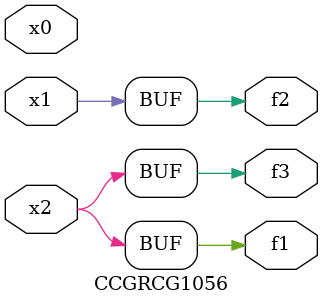
<source format=v>
module CCGRCG1056(
	input x0, x1, x2,
	output f1, f2, f3
);
	assign f1 = x2;
	assign f2 = x1;
	assign f3 = x2;
endmodule

</source>
